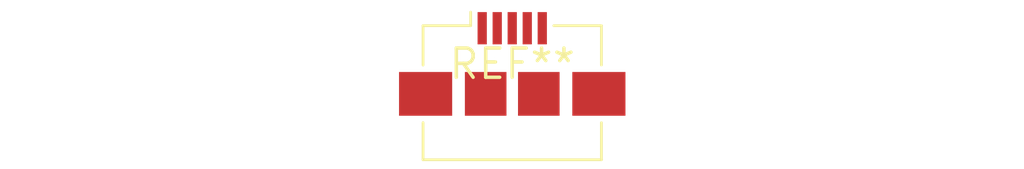
<source format=kicad_pcb>
(kicad_pcb (version 20240108) (generator pcbnew)
  (layers (0 "F.Cu" signal) (31 "B.Cu" signal) (34 "B.Paste" user) (35 "F.Paste" user) (36 "B.SilkS" user "B.Silkscreen") (37 "F.SilkS" user "F.Silkscreen") (38 "B.Mask" user) (39 "F.Mask" user) (44 "Edge.Cuts" user))
  (net 0 "")
  (footprint "USB_Micro-B_Amphenol_10104110_Horizontal" (layer "F.Cu") (at 0 0)
    (property "Reference" "REF**")
    (property "Value" "USB_Micro-B_Amphenol_10104110_Horizontal")
    (fp_line (start -3.86 -1.66) (end -1.8 -1.66) (layer "F.SilkS") (stroke (width 0.12)))
    (fp_line (start -3.86 0.05) (end -3.86 -1.66) (layer "F.SilkS") (stroke (width 0.12)))
    (fp_line (start -3.86 4.16) (end -3.86 2.55) (layer "F.SilkS") (stroke (width 0.12)))
    (fp_line (start -3.86 4.16) (end 3.86 4.16) (layer "F.SilkS") (stroke (width 0.12)))
    (fp_line (start -1.8 -1.66) (end -1.8 -2.25) (layer "F.SilkS") (stroke (width 0.12)))
    (fp_line (start 3.86 -1.66) (end 1.8 -1.66) (layer "F.SilkS") (stroke (width 0.12)))
    (fp_line (start 3.86 0.05) (end 3.86 -1.66) (layer "F.SilkS") (stroke (width 0.12)))
    (fp_line (start 3.86 4.16) (end 3.86 2.55) (layer "F.SilkS") (stroke (width 0.12)))
    (pad "1" smd rect (at -1.3 -1.55) (size 0.4 1.4) (layers "F.Cu" "F.Paste" "F.Mask"))
    (pad "2" smd rect (at -0.65 -1.55) (size 0.4 1.4) (layers "F.Cu" "F.Paste" "F.Mask"))
    (pad "3" smd rect (at 0 -1.55) (size 0.4 1.4) (layers "F.Cu" "F.Paste" "F.Mask"))
    (pad "4" smd rect (at 0.65 -1.55) (size 0.4 1.4) (layers "F.Cu" "F.Paste" "F.Mask"))
    (pad "5" smd rect (at 1.3 -1.55) (size 0.4 1.4) (layers "F.Cu" "F.Paste" "F.Mask"))
    (pad "6" smd rect (at -3.75 1.3) (size 2.3 1.9) (layers "F.Cu" "F.Paste" "F.Mask"))
    (pad "6" smd rect (at -1.15 1.3) (size 1.8 1.9) (layers "F.Cu" "F.Paste" "F.Mask"))
    (pad "6" smd rect (at 1.15 1.3) (size 1.8 1.9) (layers "F.Cu" "F.Paste" "F.Mask"))
    (pad "6" smd rect (at 3.75 1.3) (size 2.3 1.9) (layers "F.Cu" "F.Paste" "F.Mask"))
  )
)
</source>
